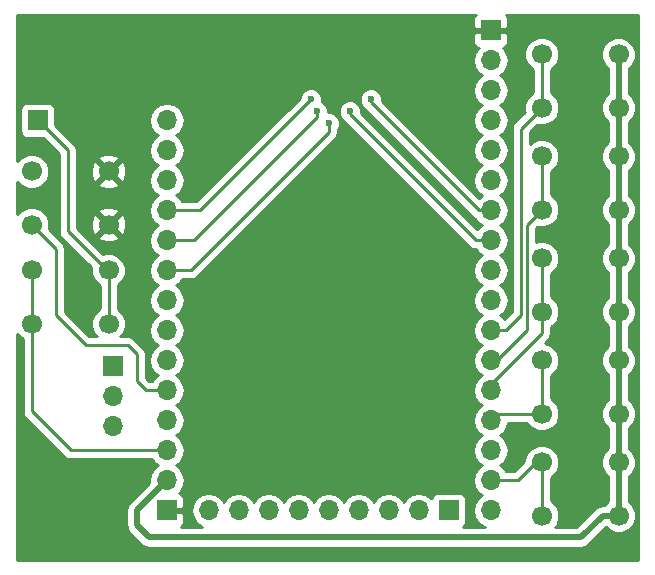
<source format=gbr>
G04 #@! TF.FileFunction,Copper,L2,Bot,Signal*
%FSLAX46Y46*%
G04 Gerber Fmt 4.6, Leading zero omitted, Abs format (unit mm)*
G04 Created by KiCad (PCBNEW 4.0.7) date 02/24/18 18:12:37*
%MOMM*%
%LPD*%
G01*
G04 APERTURE LIST*
%ADD10C,0.100000*%
%ADD11C,1.700000*%
%ADD12R,1.700000X1.700000*%
%ADD13O,1.700000X1.700000*%
%ADD14C,0.600000*%
%ADD15C,0.500000*%
%ADD16C,0.250000*%
%ADD17C,0.254000*%
G04 APERTURE END LIST*
D10*
D11*
X130452000Y-67492000D03*
X123952000Y-67492000D03*
X130452000Y-62992000D03*
X123952000Y-62992000D03*
D12*
X135382000Y-91694000D03*
D13*
X135382000Y-89154000D03*
X135382000Y-86614000D03*
X135382000Y-84074000D03*
X135382000Y-81534000D03*
X135382000Y-78994000D03*
X135382000Y-76454000D03*
X135382000Y-73914000D03*
X135382000Y-71374000D03*
X135382000Y-68834000D03*
X135382000Y-66294000D03*
X135382000Y-63754000D03*
X135382000Y-61214000D03*
X135382000Y-58674000D03*
D12*
X162814000Y-51054000D03*
D13*
X162814000Y-53594000D03*
X162814000Y-56134000D03*
X162814000Y-58674000D03*
X162814000Y-61214000D03*
X162814000Y-63754000D03*
X162814000Y-66294000D03*
X162814000Y-68834000D03*
X162814000Y-71374000D03*
X162814000Y-73914000D03*
X162814000Y-76454000D03*
X162814000Y-78994000D03*
X162814000Y-81534000D03*
X162814000Y-84074000D03*
X162814000Y-86614000D03*
X162814000Y-89154000D03*
X162814000Y-91694000D03*
D12*
X130810000Y-79502000D03*
D13*
X130810000Y-82042000D03*
X130810000Y-84582000D03*
D12*
X159258000Y-91694000D03*
D13*
X156718000Y-91694000D03*
X154178000Y-91694000D03*
X151638000Y-91694000D03*
X149098000Y-91694000D03*
X146558000Y-91694000D03*
X144018000Y-91694000D03*
X141478000Y-91694000D03*
X138938000Y-91694000D03*
D12*
X124460000Y-58674000D03*
D11*
X173632000Y-57586000D03*
X167132000Y-57586000D03*
X173632000Y-53086000D03*
X167132000Y-53086000D03*
X173632000Y-66222000D03*
X167132000Y-66222000D03*
X173632000Y-61722000D03*
X167132000Y-61722000D03*
X173632000Y-74858000D03*
X167132000Y-74858000D03*
X173632000Y-70358000D03*
X167132000Y-70358000D03*
X173632000Y-83494000D03*
X167132000Y-83494000D03*
X173632000Y-78994000D03*
X167132000Y-78994000D03*
X173632000Y-92130000D03*
X167132000Y-92130000D03*
X173632000Y-87630000D03*
X167132000Y-87630000D03*
X130452000Y-75874000D03*
X123952000Y-75874000D03*
X130452000Y-71374000D03*
X123952000Y-71374000D03*
D14*
X149098000Y-58928000D03*
X148082000Y-57912000D03*
X147574000Y-56896000D03*
X152654000Y-56896000D03*
X150876000Y-57912000D03*
D15*
X173632000Y-92130000D02*
X172284000Y-92130000D01*
X132842000Y-91694000D02*
X135382000Y-89154000D01*
X132842000Y-92964000D02*
X132842000Y-91694000D01*
X133858000Y-93980000D02*
X132842000Y-92964000D01*
X170434000Y-93980000D02*
X133858000Y-93980000D01*
X172284000Y-92130000D02*
X170434000Y-93980000D01*
X173632000Y-87630000D02*
X173632000Y-92130000D01*
X173632000Y-83494000D02*
X173632000Y-87630000D01*
X173632000Y-78994000D02*
X173632000Y-83494000D01*
X173632000Y-70358000D02*
X173632000Y-78994000D01*
X173632000Y-70358000D02*
X173632000Y-74858000D01*
X173632000Y-66222000D02*
X173632000Y-70358000D01*
X173632000Y-61722000D02*
X173632000Y-66222000D01*
X173632000Y-57586000D02*
X173632000Y-61722000D01*
X173632000Y-53086000D02*
X173632000Y-57586000D01*
D16*
X135382000Y-71374000D02*
X137414000Y-71374000D01*
X149098000Y-59690000D02*
X149098000Y-58928000D01*
X137414000Y-71374000D02*
X149098000Y-59690000D01*
X135382000Y-68834000D02*
X137668000Y-68834000D01*
X148082000Y-58420000D02*
X148082000Y-57912000D01*
X137668000Y-68834000D02*
X148082000Y-58420000D01*
X135382000Y-66294000D02*
X138176000Y-66294000D01*
X138176000Y-66294000D02*
X147574000Y-56896000D01*
X162814000Y-66294000D02*
X161798000Y-66294000D01*
X152654000Y-57150000D02*
X152654000Y-56896000D01*
X161798000Y-66294000D02*
X152654000Y-57150000D01*
X162814000Y-68834000D02*
X161544000Y-68834000D01*
X150876000Y-58166000D02*
X150876000Y-57912000D01*
X161544000Y-68834000D02*
X150876000Y-58166000D01*
X167132000Y-57586000D02*
X167132000Y-53086000D01*
X162814000Y-76454000D02*
X164084000Y-76454000D01*
X165354000Y-59364000D02*
X167132000Y-57586000D01*
X165354000Y-75184000D02*
X165354000Y-59364000D01*
X164084000Y-76454000D02*
X165354000Y-75184000D01*
X162814000Y-78994000D02*
X163322000Y-78994000D01*
X163322000Y-78994000D02*
X165862000Y-76454000D01*
X165862000Y-67492000D02*
X167132000Y-66222000D01*
X165862000Y-76454000D02*
X165862000Y-67492000D01*
X167132000Y-61722000D02*
X167132000Y-66222000D01*
X162814000Y-81534000D02*
X162814000Y-81026000D01*
X162814000Y-81026000D02*
X167132000Y-76708000D01*
X167132000Y-76708000D02*
X167132000Y-74858000D01*
X167132000Y-74858000D02*
X167132000Y-70358000D01*
X167132000Y-83494000D02*
X163394000Y-83494000D01*
X163394000Y-83494000D02*
X162814000Y-84074000D01*
X167132000Y-83494000D02*
X167132000Y-78994000D01*
X167132000Y-92130000D02*
X167132000Y-87630000D01*
X167132000Y-87630000D02*
X166624000Y-87630000D01*
X166624000Y-87630000D02*
X165100000Y-89154000D01*
X165100000Y-89154000D02*
X162814000Y-89154000D01*
X130452000Y-71374000D02*
X130302000Y-71374000D01*
X130302000Y-71374000D02*
X127000000Y-68072000D01*
X127000000Y-61214000D02*
X124460000Y-58674000D01*
X127000000Y-68072000D02*
X127000000Y-61214000D01*
X130452000Y-75874000D02*
X130452000Y-71374000D01*
X135382000Y-81534000D02*
X133604000Y-81534000D01*
X125984000Y-69524000D02*
X123952000Y-67492000D01*
X125984000Y-75184000D02*
X125984000Y-69524000D01*
X128524000Y-77724000D02*
X125984000Y-75184000D01*
X132080000Y-77724000D02*
X128524000Y-77724000D01*
X132842000Y-78486000D02*
X132080000Y-77724000D01*
X132842000Y-80772000D02*
X132842000Y-78486000D01*
X133604000Y-81534000D02*
X132842000Y-80772000D01*
X123952000Y-75874000D02*
X123952000Y-71374000D01*
X135382000Y-86614000D02*
X127254000Y-86614000D01*
X123952000Y-83312000D02*
X123952000Y-75874000D01*
X127254000Y-86614000D02*
X123952000Y-83312000D01*
D17*
G36*
X161425673Y-49844301D02*
X161329000Y-50077690D01*
X161329000Y-50768250D01*
X161487750Y-50927000D01*
X162687000Y-50927000D01*
X162687000Y-50907000D01*
X162941000Y-50907000D01*
X162941000Y-50927000D01*
X164140250Y-50927000D01*
X164299000Y-50768250D01*
X164299000Y-50077690D01*
X164202327Y-49844301D01*
X164068025Y-49710000D01*
X175290000Y-49710000D01*
X175290000Y-95873000D01*
X122710000Y-95873000D01*
X122710000Y-76731773D01*
X123109717Y-77132188D01*
X123192000Y-77166355D01*
X123192000Y-83312000D01*
X123249852Y-83602839D01*
X123414599Y-83849401D01*
X126716599Y-87151401D01*
X126963160Y-87316148D01*
X127254000Y-87374000D01*
X134109046Y-87374000D01*
X134302853Y-87664054D01*
X134632026Y-87884000D01*
X134302853Y-88103946D01*
X133980946Y-88585715D01*
X133867907Y-89154000D01*
X133911461Y-89372960D01*
X132216210Y-91068210D01*
X132024367Y-91355325D01*
X132024367Y-91355326D01*
X131956999Y-91694000D01*
X131957000Y-91694005D01*
X131957000Y-92963995D01*
X131956999Y-92964000D01*
X131983068Y-93095054D01*
X132024367Y-93302675D01*
X132081505Y-93388188D01*
X132216210Y-93589790D01*
X133232208Y-94605787D01*
X133232210Y-94605790D01*
X133519325Y-94797633D01*
X133575516Y-94808810D01*
X133858000Y-94865001D01*
X133858005Y-94865000D01*
X170433995Y-94865000D01*
X170434000Y-94865001D01*
X170716484Y-94808810D01*
X170772675Y-94797633D01*
X171059790Y-94605790D01*
X172533778Y-93131802D01*
X172789717Y-93388188D01*
X173335319Y-93614742D01*
X173926089Y-93615257D01*
X174472086Y-93389656D01*
X174890188Y-92972283D01*
X175116742Y-92426681D01*
X175117257Y-91835911D01*
X174891656Y-91289914D01*
X174517000Y-90914604D01*
X174517000Y-88844820D01*
X174890188Y-88472283D01*
X175116742Y-87926681D01*
X175117257Y-87335911D01*
X174891656Y-86789914D01*
X174517000Y-86414604D01*
X174517000Y-84708820D01*
X174890188Y-84336283D01*
X175116742Y-83790681D01*
X175117257Y-83199911D01*
X174891656Y-82653914D01*
X174517000Y-82278604D01*
X174517000Y-80208820D01*
X174890188Y-79836283D01*
X175116742Y-79290681D01*
X175117257Y-78699911D01*
X174891656Y-78153914D01*
X174517000Y-77778604D01*
X174517000Y-76072820D01*
X174890188Y-75700283D01*
X175116742Y-75154681D01*
X175117257Y-74563911D01*
X174891656Y-74017914D01*
X174517000Y-73642604D01*
X174517000Y-71572820D01*
X174890188Y-71200283D01*
X175116742Y-70654681D01*
X175117257Y-70063911D01*
X174891656Y-69517914D01*
X174517000Y-69142604D01*
X174517000Y-67436820D01*
X174890188Y-67064283D01*
X175116742Y-66518681D01*
X175117257Y-65927911D01*
X174891656Y-65381914D01*
X174517000Y-65006604D01*
X174517000Y-62936820D01*
X174890188Y-62564283D01*
X175116742Y-62018681D01*
X175117257Y-61427911D01*
X174891656Y-60881914D01*
X174517000Y-60506604D01*
X174517000Y-58800820D01*
X174890188Y-58428283D01*
X175116742Y-57882681D01*
X175117257Y-57291911D01*
X174891656Y-56745914D01*
X174517000Y-56370604D01*
X174517000Y-54300820D01*
X174890188Y-53928283D01*
X175116742Y-53382681D01*
X175117257Y-52791911D01*
X174891656Y-52245914D01*
X174474283Y-51827812D01*
X173928681Y-51601258D01*
X173337911Y-51600743D01*
X172791914Y-51826344D01*
X172373812Y-52243717D01*
X172147258Y-52789319D01*
X172146743Y-53380089D01*
X172372344Y-53926086D01*
X172747000Y-54301396D01*
X172747000Y-56371180D01*
X172373812Y-56743717D01*
X172147258Y-57289319D01*
X172146743Y-57880089D01*
X172372344Y-58426086D01*
X172747000Y-58801396D01*
X172747000Y-60507180D01*
X172373812Y-60879717D01*
X172147258Y-61425319D01*
X172146743Y-62016089D01*
X172372344Y-62562086D01*
X172747000Y-62937396D01*
X172747000Y-65007180D01*
X172373812Y-65379717D01*
X172147258Y-65925319D01*
X172146743Y-66516089D01*
X172372344Y-67062086D01*
X172747000Y-67437396D01*
X172747000Y-69143180D01*
X172373812Y-69515717D01*
X172147258Y-70061319D01*
X172146743Y-70652089D01*
X172372344Y-71198086D01*
X172747000Y-71573396D01*
X172747000Y-73643180D01*
X172373812Y-74015717D01*
X172147258Y-74561319D01*
X172146743Y-75152089D01*
X172372344Y-75698086D01*
X172747000Y-76073396D01*
X172747000Y-77779180D01*
X172373812Y-78151717D01*
X172147258Y-78697319D01*
X172146743Y-79288089D01*
X172372344Y-79834086D01*
X172747000Y-80209396D01*
X172747000Y-82279180D01*
X172373812Y-82651717D01*
X172147258Y-83197319D01*
X172146743Y-83788089D01*
X172372344Y-84334086D01*
X172747000Y-84709396D01*
X172747000Y-86415180D01*
X172373812Y-86787717D01*
X172147258Y-87333319D01*
X172146743Y-87924089D01*
X172372344Y-88470086D01*
X172747000Y-88845396D01*
X172747000Y-90915180D01*
X172416604Y-91245000D01*
X172284005Y-91245000D01*
X172284000Y-91244999D01*
X171945325Y-91312367D01*
X171658210Y-91504210D01*
X171658208Y-91504213D01*
X170067420Y-93095000D01*
X168267257Y-93095000D01*
X168390188Y-92972283D01*
X168616742Y-92426681D01*
X168617257Y-91835911D01*
X168391656Y-91289914D01*
X167974283Y-90871812D01*
X167892000Y-90837645D01*
X167892000Y-88922747D01*
X167972086Y-88889656D01*
X168390188Y-88472283D01*
X168616742Y-87926681D01*
X168617257Y-87335911D01*
X168391656Y-86789914D01*
X167974283Y-86371812D01*
X167428681Y-86145258D01*
X166837911Y-86144743D01*
X166291914Y-86370344D01*
X165873812Y-86787717D01*
X165647258Y-87333319D01*
X165647085Y-87532113D01*
X164785198Y-88394000D01*
X164086954Y-88394000D01*
X163893147Y-88103946D01*
X163563974Y-87884000D01*
X163893147Y-87664054D01*
X164215054Y-87182285D01*
X164328093Y-86614000D01*
X164215054Y-86045715D01*
X163893147Y-85563946D01*
X163563974Y-85344000D01*
X163893147Y-85124054D01*
X164215054Y-84642285D01*
X164292289Y-84254000D01*
X165839253Y-84254000D01*
X165872344Y-84334086D01*
X166289717Y-84752188D01*
X166835319Y-84978742D01*
X167426089Y-84979257D01*
X167972086Y-84753656D01*
X168390188Y-84336283D01*
X168616742Y-83790681D01*
X168617257Y-83199911D01*
X168391656Y-82653914D01*
X167974283Y-82235812D01*
X167892000Y-82201645D01*
X167892000Y-80286747D01*
X167972086Y-80253656D01*
X168390188Y-79836283D01*
X168616742Y-79290681D01*
X168617257Y-78699911D01*
X168391656Y-78153914D01*
X167974283Y-77735812D01*
X167428681Y-77509258D01*
X167405564Y-77509238D01*
X167669401Y-77245401D01*
X167834148Y-76998839D01*
X167892000Y-76708000D01*
X167892000Y-76150747D01*
X167972086Y-76117656D01*
X168390188Y-75700283D01*
X168616742Y-75154681D01*
X168617257Y-74563911D01*
X168391656Y-74017914D01*
X167974283Y-73599812D01*
X167892000Y-73565645D01*
X167892000Y-71650747D01*
X167972086Y-71617656D01*
X168390188Y-71200283D01*
X168616742Y-70654681D01*
X168617257Y-70063911D01*
X168391656Y-69517914D01*
X167974283Y-69099812D01*
X167428681Y-68873258D01*
X166837911Y-68872743D01*
X166622000Y-68961955D01*
X166622000Y-67806802D01*
X166755291Y-67673511D01*
X166835319Y-67706742D01*
X167426089Y-67707257D01*
X167972086Y-67481656D01*
X168390188Y-67064283D01*
X168616742Y-66518681D01*
X168617257Y-65927911D01*
X168391656Y-65381914D01*
X167974283Y-64963812D01*
X167892000Y-64929645D01*
X167892000Y-63014747D01*
X167972086Y-62981656D01*
X168390188Y-62564283D01*
X168616742Y-62018681D01*
X168617257Y-61427911D01*
X168391656Y-60881914D01*
X167974283Y-60463812D01*
X167428681Y-60237258D01*
X166837911Y-60236743D01*
X166291914Y-60462344D01*
X166114000Y-60639948D01*
X166114000Y-59678802D01*
X166755291Y-59037511D01*
X166835319Y-59070742D01*
X167426089Y-59071257D01*
X167972086Y-58845656D01*
X168390188Y-58428283D01*
X168616742Y-57882681D01*
X168617257Y-57291911D01*
X168391656Y-56745914D01*
X167974283Y-56327812D01*
X167892000Y-56293645D01*
X167892000Y-54378747D01*
X167972086Y-54345656D01*
X168390188Y-53928283D01*
X168616742Y-53382681D01*
X168617257Y-52791911D01*
X168391656Y-52245914D01*
X167974283Y-51827812D01*
X167428681Y-51601258D01*
X166837911Y-51600743D01*
X166291914Y-51826344D01*
X165873812Y-52243717D01*
X165647258Y-52789319D01*
X165646743Y-53380089D01*
X165872344Y-53926086D01*
X166289717Y-54344188D01*
X166372000Y-54378355D01*
X166372000Y-56293253D01*
X166291914Y-56326344D01*
X165873812Y-56743717D01*
X165647258Y-57289319D01*
X165646743Y-57880089D01*
X165680766Y-57962432D01*
X164816599Y-58826599D01*
X164651852Y-59073161D01*
X164594000Y-59364000D01*
X164594000Y-74869198D01*
X163959679Y-75503519D01*
X163893147Y-75403946D01*
X163563974Y-75184000D01*
X163893147Y-74964054D01*
X164215054Y-74482285D01*
X164328093Y-73914000D01*
X164215054Y-73345715D01*
X163893147Y-72863946D01*
X163563974Y-72644000D01*
X163893147Y-72424054D01*
X164215054Y-71942285D01*
X164328093Y-71374000D01*
X164215054Y-70805715D01*
X163893147Y-70323946D01*
X163563974Y-70104000D01*
X163893147Y-69884054D01*
X164215054Y-69402285D01*
X164328093Y-68834000D01*
X164215054Y-68265715D01*
X163893147Y-67783946D01*
X163563974Y-67564000D01*
X163893147Y-67344054D01*
X164215054Y-66862285D01*
X164328093Y-66294000D01*
X164215054Y-65725715D01*
X163893147Y-65243946D01*
X163563974Y-65024000D01*
X163893147Y-64804054D01*
X164215054Y-64322285D01*
X164328093Y-63754000D01*
X164215054Y-63185715D01*
X163893147Y-62703946D01*
X163563974Y-62484000D01*
X163893147Y-62264054D01*
X164215054Y-61782285D01*
X164328093Y-61214000D01*
X164215054Y-60645715D01*
X163893147Y-60163946D01*
X163563974Y-59944000D01*
X163893147Y-59724054D01*
X164215054Y-59242285D01*
X164328093Y-58674000D01*
X164215054Y-58105715D01*
X163893147Y-57623946D01*
X163563974Y-57404000D01*
X163893147Y-57184054D01*
X164215054Y-56702285D01*
X164328093Y-56134000D01*
X164215054Y-55565715D01*
X163893147Y-55083946D01*
X163563974Y-54864000D01*
X163893147Y-54644054D01*
X164215054Y-54162285D01*
X164328093Y-53594000D01*
X164215054Y-53025715D01*
X163893147Y-52543946D01*
X163849223Y-52514597D01*
X164023698Y-52442327D01*
X164202327Y-52263699D01*
X164299000Y-52030310D01*
X164299000Y-51339750D01*
X164140250Y-51181000D01*
X162941000Y-51181000D01*
X162941000Y-51201000D01*
X162687000Y-51201000D01*
X162687000Y-51181000D01*
X161487750Y-51181000D01*
X161329000Y-51339750D01*
X161329000Y-52030310D01*
X161425673Y-52263699D01*
X161604302Y-52442327D01*
X161778777Y-52514597D01*
X161734853Y-52543946D01*
X161412946Y-53025715D01*
X161299907Y-53594000D01*
X161412946Y-54162285D01*
X161734853Y-54644054D01*
X162064026Y-54864000D01*
X161734853Y-55083946D01*
X161412946Y-55565715D01*
X161299907Y-56134000D01*
X161412946Y-56702285D01*
X161734853Y-57184054D01*
X162064026Y-57404000D01*
X161734853Y-57623946D01*
X161412946Y-58105715D01*
X161299907Y-58674000D01*
X161412946Y-59242285D01*
X161734853Y-59724054D01*
X162064026Y-59944000D01*
X161734853Y-60163946D01*
X161412946Y-60645715D01*
X161299907Y-61214000D01*
X161412946Y-61782285D01*
X161734853Y-62264054D01*
X162064026Y-62484000D01*
X161734853Y-62703946D01*
X161412946Y-63185715D01*
X161299907Y-63754000D01*
X161412946Y-64322285D01*
X161734853Y-64804054D01*
X162064026Y-65024000D01*
X161787542Y-65208740D01*
X153588901Y-57010099D01*
X153589162Y-56710833D01*
X153447117Y-56367057D01*
X153184327Y-56103808D01*
X152840799Y-55961162D01*
X152468833Y-55960838D01*
X152125057Y-56102883D01*
X151861808Y-56365673D01*
X151719162Y-56709201D01*
X151718838Y-57081167D01*
X151860883Y-57424943D01*
X152103878Y-57668362D01*
X152116599Y-57687401D01*
X161260599Y-66831401D01*
X161498542Y-66990389D01*
X161734853Y-67344054D01*
X162064026Y-67564000D01*
X161734853Y-67783946D01*
X161668321Y-67883519D01*
X151810901Y-58026099D01*
X151811162Y-57726833D01*
X151669117Y-57383057D01*
X151406327Y-57119808D01*
X151062799Y-56977162D01*
X150690833Y-56976838D01*
X150347057Y-57118883D01*
X150083808Y-57381673D01*
X149941162Y-57725201D01*
X149940838Y-58097167D01*
X150082883Y-58440943D01*
X150325878Y-58684362D01*
X150338599Y-58703401D01*
X161006599Y-69371401D01*
X161253160Y-69536148D01*
X161540593Y-69593322D01*
X161734853Y-69884054D01*
X162064026Y-70104000D01*
X161734853Y-70323946D01*
X161412946Y-70805715D01*
X161299907Y-71374000D01*
X161412946Y-71942285D01*
X161734853Y-72424054D01*
X162064026Y-72644000D01*
X161734853Y-72863946D01*
X161412946Y-73345715D01*
X161299907Y-73914000D01*
X161412946Y-74482285D01*
X161734853Y-74964054D01*
X162064026Y-75184000D01*
X161734853Y-75403946D01*
X161412946Y-75885715D01*
X161299907Y-76454000D01*
X161412946Y-77022285D01*
X161734853Y-77504054D01*
X162064026Y-77724000D01*
X161734853Y-77943946D01*
X161412946Y-78425715D01*
X161299907Y-78994000D01*
X161412946Y-79562285D01*
X161734853Y-80044054D01*
X162064026Y-80264000D01*
X161734853Y-80483946D01*
X161412946Y-80965715D01*
X161299907Y-81534000D01*
X161412946Y-82102285D01*
X161734853Y-82584054D01*
X162064026Y-82804000D01*
X161734853Y-83023946D01*
X161412946Y-83505715D01*
X161299907Y-84074000D01*
X161412946Y-84642285D01*
X161734853Y-85124054D01*
X162064026Y-85344000D01*
X161734853Y-85563946D01*
X161412946Y-86045715D01*
X161299907Y-86614000D01*
X161412946Y-87182285D01*
X161734853Y-87664054D01*
X162064026Y-87884000D01*
X161734853Y-88103946D01*
X161412946Y-88585715D01*
X161299907Y-89154000D01*
X161412946Y-89722285D01*
X161734853Y-90204054D01*
X162064026Y-90424000D01*
X161734853Y-90643946D01*
X161412946Y-91125715D01*
X161299907Y-91694000D01*
X161412946Y-92262285D01*
X161734853Y-92744054D01*
X162216622Y-93065961D01*
X162362611Y-93095000D01*
X160424379Y-93095000D01*
X160559441Y-93008090D01*
X160704431Y-92795890D01*
X160755440Y-92544000D01*
X160755440Y-90844000D01*
X160711162Y-90608683D01*
X160572090Y-90392559D01*
X160359890Y-90247569D01*
X160108000Y-90196560D01*
X158408000Y-90196560D01*
X158172683Y-90240838D01*
X157956559Y-90379910D01*
X157811569Y-90592110D01*
X157797914Y-90659541D01*
X157768054Y-90614853D01*
X157286285Y-90292946D01*
X156718000Y-90179907D01*
X156149715Y-90292946D01*
X155667946Y-90614853D01*
X155448000Y-90944026D01*
X155228054Y-90614853D01*
X154746285Y-90292946D01*
X154178000Y-90179907D01*
X153609715Y-90292946D01*
X153127946Y-90614853D01*
X152908000Y-90944026D01*
X152688054Y-90614853D01*
X152206285Y-90292946D01*
X151638000Y-90179907D01*
X151069715Y-90292946D01*
X150587946Y-90614853D01*
X150368000Y-90944026D01*
X150148054Y-90614853D01*
X149666285Y-90292946D01*
X149098000Y-90179907D01*
X148529715Y-90292946D01*
X148047946Y-90614853D01*
X147828000Y-90944026D01*
X147608054Y-90614853D01*
X147126285Y-90292946D01*
X146558000Y-90179907D01*
X145989715Y-90292946D01*
X145507946Y-90614853D01*
X145288000Y-90944026D01*
X145068054Y-90614853D01*
X144586285Y-90292946D01*
X144018000Y-90179907D01*
X143449715Y-90292946D01*
X142967946Y-90614853D01*
X142748000Y-90944026D01*
X142528054Y-90614853D01*
X142046285Y-90292946D01*
X141478000Y-90179907D01*
X140909715Y-90292946D01*
X140427946Y-90614853D01*
X140208000Y-90944026D01*
X139988054Y-90614853D01*
X139506285Y-90292946D01*
X138938000Y-90179907D01*
X138369715Y-90292946D01*
X137887946Y-90614853D01*
X137566039Y-91096622D01*
X137453000Y-91664907D01*
X137453000Y-91723093D01*
X137566039Y-92291378D01*
X137887946Y-92773147D01*
X138369634Y-93095000D01*
X136561103Y-93095000D01*
X136591698Y-93082327D01*
X136770327Y-92903699D01*
X136867000Y-92670310D01*
X136867000Y-91979750D01*
X136708250Y-91821000D01*
X135509000Y-91821000D01*
X135509000Y-91841000D01*
X135255000Y-91841000D01*
X135255000Y-91821000D01*
X135235000Y-91821000D01*
X135235000Y-91567000D01*
X135255000Y-91567000D01*
X135255000Y-91547000D01*
X135509000Y-91547000D01*
X135509000Y-91567000D01*
X136708250Y-91567000D01*
X136867000Y-91408250D01*
X136867000Y-90717690D01*
X136770327Y-90484301D01*
X136591698Y-90305673D01*
X136417223Y-90233403D01*
X136461147Y-90204054D01*
X136783054Y-89722285D01*
X136896093Y-89154000D01*
X136783054Y-88585715D01*
X136461147Y-88103946D01*
X136131974Y-87884000D01*
X136461147Y-87664054D01*
X136783054Y-87182285D01*
X136896093Y-86614000D01*
X136783054Y-86045715D01*
X136461147Y-85563946D01*
X136131974Y-85344000D01*
X136461147Y-85124054D01*
X136783054Y-84642285D01*
X136896093Y-84074000D01*
X136783054Y-83505715D01*
X136461147Y-83023946D01*
X136131974Y-82804000D01*
X136461147Y-82584054D01*
X136783054Y-82102285D01*
X136896093Y-81534000D01*
X136783054Y-80965715D01*
X136461147Y-80483946D01*
X136131974Y-80264000D01*
X136461147Y-80044054D01*
X136783054Y-79562285D01*
X136896093Y-78994000D01*
X136783054Y-78425715D01*
X136461147Y-77943946D01*
X136131974Y-77724000D01*
X136461147Y-77504054D01*
X136783054Y-77022285D01*
X136896093Y-76454000D01*
X136783054Y-75885715D01*
X136461147Y-75403946D01*
X136131974Y-75184000D01*
X136461147Y-74964054D01*
X136783054Y-74482285D01*
X136896093Y-73914000D01*
X136783054Y-73345715D01*
X136461147Y-72863946D01*
X136131974Y-72644000D01*
X136461147Y-72424054D01*
X136654954Y-72134000D01*
X137414000Y-72134000D01*
X137704839Y-72076148D01*
X137951401Y-71911401D01*
X149635401Y-60227401D01*
X149800148Y-59980840D01*
X149858000Y-59690000D01*
X149858000Y-59490463D01*
X149890192Y-59458327D01*
X150032838Y-59114799D01*
X150033162Y-58742833D01*
X149891117Y-58399057D01*
X149628327Y-58135808D01*
X149284799Y-57993162D01*
X149016930Y-57992929D01*
X149017162Y-57726833D01*
X148875117Y-57383057D01*
X148612327Y-57119808D01*
X148508843Y-57076838D01*
X148509162Y-56710833D01*
X148367117Y-56367057D01*
X148104327Y-56103808D01*
X147760799Y-55961162D01*
X147388833Y-55960838D01*
X147045057Y-56102883D01*
X146781808Y-56365673D01*
X146639162Y-56709201D01*
X146639121Y-56756077D01*
X137861198Y-65534000D01*
X136654954Y-65534000D01*
X136461147Y-65243946D01*
X136131974Y-65024000D01*
X136461147Y-64804054D01*
X136783054Y-64322285D01*
X136896093Y-63754000D01*
X136783054Y-63185715D01*
X136461147Y-62703946D01*
X136131974Y-62484000D01*
X136461147Y-62264054D01*
X136783054Y-61782285D01*
X136896093Y-61214000D01*
X136783054Y-60645715D01*
X136461147Y-60163946D01*
X136131974Y-59944000D01*
X136461147Y-59724054D01*
X136783054Y-59242285D01*
X136896093Y-58674000D01*
X136783054Y-58105715D01*
X136461147Y-57623946D01*
X135979378Y-57302039D01*
X135411093Y-57189000D01*
X135352907Y-57189000D01*
X134784622Y-57302039D01*
X134302853Y-57623946D01*
X133980946Y-58105715D01*
X133867907Y-58674000D01*
X133980946Y-59242285D01*
X134302853Y-59724054D01*
X134632026Y-59944000D01*
X134302853Y-60163946D01*
X133980946Y-60645715D01*
X133867907Y-61214000D01*
X133980946Y-61782285D01*
X134302853Y-62264054D01*
X134632026Y-62484000D01*
X134302853Y-62703946D01*
X133980946Y-63185715D01*
X133867907Y-63754000D01*
X133980946Y-64322285D01*
X134302853Y-64804054D01*
X134632026Y-65024000D01*
X134302853Y-65243946D01*
X133980946Y-65725715D01*
X133867907Y-66294000D01*
X133980946Y-66862285D01*
X134302853Y-67344054D01*
X134632026Y-67564000D01*
X134302853Y-67783946D01*
X133980946Y-68265715D01*
X133867907Y-68834000D01*
X133980946Y-69402285D01*
X134302853Y-69884054D01*
X134632026Y-70104000D01*
X134302853Y-70323946D01*
X133980946Y-70805715D01*
X133867907Y-71374000D01*
X133980946Y-71942285D01*
X134302853Y-72424054D01*
X134632026Y-72644000D01*
X134302853Y-72863946D01*
X133980946Y-73345715D01*
X133867907Y-73914000D01*
X133980946Y-74482285D01*
X134302853Y-74964054D01*
X134632026Y-75184000D01*
X134302853Y-75403946D01*
X133980946Y-75885715D01*
X133867907Y-76454000D01*
X133980946Y-77022285D01*
X134302853Y-77504054D01*
X134632026Y-77724000D01*
X134302853Y-77943946D01*
X133980946Y-78425715D01*
X133867907Y-78994000D01*
X133980946Y-79562285D01*
X134302853Y-80044054D01*
X134632026Y-80264000D01*
X134302853Y-80483946D01*
X134109046Y-80774000D01*
X133918802Y-80774000D01*
X133602000Y-80457198D01*
X133602000Y-78486000D01*
X133544148Y-78195161D01*
X133379401Y-77948599D01*
X132617401Y-77186599D01*
X132370839Y-77021852D01*
X132080000Y-76964000D01*
X131462038Y-76964000D01*
X131710188Y-76716283D01*
X131936742Y-76170681D01*
X131937257Y-75579911D01*
X131711656Y-75033914D01*
X131294283Y-74615812D01*
X131212000Y-74581645D01*
X131212000Y-72666747D01*
X131292086Y-72633656D01*
X131710188Y-72216283D01*
X131936742Y-71670681D01*
X131937257Y-71079911D01*
X131711656Y-70533914D01*
X131294283Y-70115812D01*
X130748681Y-69889258D01*
X130157911Y-69888743D01*
X129969425Y-69966623D01*
X128538760Y-68535958D01*
X129587647Y-68535958D01*
X129667920Y-68787259D01*
X130223279Y-68988718D01*
X130813458Y-68962315D01*
X131236080Y-68787259D01*
X131316353Y-68535958D01*
X130452000Y-67671605D01*
X129587647Y-68535958D01*
X128538760Y-68535958D01*
X127760000Y-67757198D01*
X127760000Y-67263279D01*
X128955282Y-67263279D01*
X128981685Y-67853458D01*
X129156741Y-68276080D01*
X129408042Y-68356353D01*
X130272395Y-67492000D01*
X130631605Y-67492000D01*
X131495958Y-68356353D01*
X131747259Y-68276080D01*
X131948718Y-67720721D01*
X131922315Y-67130542D01*
X131747259Y-66707920D01*
X131495958Y-66627647D01*
X130631605Y-67492000D01*
X130272395Y-67492000D01*
X129408042Y-66627647D01*
X129156741Y-66707920D01*
X128955282Y-67263279D01*
X127760000Y-67263279D01*
X127760000Y-66448042D01*
X129587647Y-66448042D01*
X130452000Y-67312395D01*
X131316353Y-66448042D01*
X131236080Y-66196741D01*
X130680721Y-65995282D01*
X130090542Y-66021685D01*
X129667920Y-66196741D01*
X129587647Y-66448042D01*
X127760000Y-66448042D01*
X127760000Y-64035958D01*
X129587647Y-64035958D01*
X129667920Y-64287259D01*
X130223279Y-64488718D01*
X130813458Y-64462315D01*
X131236080Y-64287259D01*
X131316353Y-64035958D01*
X130452000Y-63171605D01*
X129587647Y-64035958D01*
X127760000Y-64035958D01*
X127760000Y-62763279D01*
X128955282Y-62763279D01*
X128981685Y-63353458D01*
X129156741Y-63776080D01*
X129408042Y-63856353D01*
X130272395Y-62992000D01*
X130631605Y-62992000D01*
X131495958Y-63856353D01*
X131747259Y-63776080D01*
X131948718Y-63220721D01*
X131922315Y-62630542D01*
X131747259Y-62207920D01*
X131495958Y-62127647D01*
X130631605Y-62992000D01*
X130272395Y-62992000D01*
X129408042Y-62127647D01*
X129156741Y-62207920D01*
X128955282Y-62763279D01*
X127760000Y-62763279D01*
X127760000Y-61948042D01*
X129587647Y-61948042D01*
X130452000Y-62812395D01*
X131316353Y-61948042D01*
X131236080Y-61696741D01*
X130680721Y-61495282D01*
X130090542Y-61521685D01*
X129667920Y-61696741D01*
X129587647Y-61948042D01*
X127760000Y-61948042D01*
X127760000Y-61214000D01*
X127702148Y-60923161D01*
X127702148Y-60923160D01*
X127537401Y-60676599D01*
X125957440Y-59096638D01*
X125957440Y-57824000D01*
X125913162Y-57588683D01*
X125774090Y-57372559D01*
X125561890Y-57227569D01*
X125310000Y-57176560D01*
X123610000Y-57176560D01*
X123374683Y-57220838D01*
X123158559Y-57359910D01*
X123013569Y-57572110D01*
X122962560Y-57824000D01*
X122962560Y-59524000D01*
X123006838Y-59759317D01*
X123145910Y-59975441D01*
X123358110Y-60120431D01*
X123610000Y-60171440D01*
X124882638Y-60171440D01*
X126240000Y-61528802D01*
X126240000Y-68072000D01*
X126297852Y-68362839D01*
X126462599Y-68609401D01*
X128967226Y-71114028D01*
X128966743Y-71668089D01*
X129192344Y-72214086D01*
X129609717Y-72632188D01*
X129692000Y-72666355D01*
X129692000Y-74581253D01*
X129611914Y-74614344D01*
X129193812Y-75031717D01*
X128967258Y-75577319D01*
X128966743Y-76168089D01*
X129192344Y-76714086D01*
X129441822Y-76964000D01*
X128838802Y-76964000D01*
X126744000Y-74869198D01*
X126744000Y-69524000D01*
X126686148Y-69233161D01*
X126521401Y-68986599D01*
X125403511Y-67868709D01*
X125436742Y-67788681D01*
X125437257Y-67197911D01*
X125211656Y-66651914D01*
X124794283Y-66233812D01*
X124248681Y-66007258D01*
X123657911Y-66006743D01*
X123111914Y-66232344D01*
X122710000Y-66633557D01*
X122710000Y-63849773D01*
X123109717Y-64250188D01*
X123655319Y-64476742D01*
X124246089Y-64477257D01*
X124792086Y-64251656D01*
X125210188Y-63834283D01*
X125436742Y-63288681D01*
X125437257Y-62697911D01*
X125211656Y-62151914D01*
X124794283Y-61733812D01*
X124248681Y-61507258D01*
X123657911Y-61506743D01*
X123111914Y-61732344D01*
X122710000Y-62133557D01*
X122710000Y-49710000D01*
X161559975Y-49710000D01*
X161425673Y-49844301D01*
X161425673Y-49844301D01*
G37*
X161425673Y-49844301D02*
X161329000Y-50077690D01*
X161329000Y-50768250D01*
X161487750Y-50927000D01*
X162687000Y-50927000D01*
X162687000Y-50907000D01*
X162941000Y-50907000D01*
X162941000Y-50927000D01*
X164140250Y-50927000D01*
X164299000Y-50768250D01*
X164299000Y-50077690D01*
X164202327Y-49844301D01*
X164068025Y-49710000D01*
X175290000Y-49710000D01*
X175290000Y-95873000D01*
X122710000Y-95873000D01*
X122710000Y-76731773D01*
X123109717Y-77132188D01*
X123192000Y-77166355D01*
X123192000Y-83312000D01*
X123249852Y-83602839D01*
X123414599Y-83849401D01*
X126716599Y-87151401D01*
X126963160Y-87316148D01*
X127254000Y-87374000D01*
X134109046Y-87374000D01*
X134302853Y-87664054D01*
X134632026Y-87884000D01*
X134302853Y-88103946D01*
X133980946Y-88585715D01*
X133867907Y-89154000D01*
X133911461Y-89372960D01*
X132216210Y-91068210D01*
X132024367Y-91355325D01*
X132024367Y-91355326D01*
X131956999Y-91694000D01*
X131957000Y-91694005D01*
X131957000Y-92963995D01*
X131956999Y-92964000D01*
X131983068Y-93095054D01*
X132024367Y-93302675D01*
X132081505Y-93388188D01*
X132216210Y-93589790D01*
X133232208Y-94605787D01*
X133232210Y-94605790D01*
X133519325Y-94797633D01*
X133575516Y-94808810D01*
X133858000Y-94865001D01*
X133858005Y-94865000D01*
X170433995Y-94865000D01*
X170434000Y-94865001D01*
X170716484Y-94808810D01*
X170772675Y-94797633D01*
X171059790Y-94605790D01*
X172533778Y-93131802D01*
X172789717Y-93388188D01*
X173335319Y-93614742D01*
X173926089Y-93615257D01*
X174472086Y-93389656D01*
X174890188Y-92972283D01*
X175116742Y-92426681D01*
X175117257Y-91835911D01*
X174891656Y-91289914D01*
X174517000Y-90914604D01*
X174517000Y-88844820D01*
X174890188Y-88472283D01*
X175116742Y-87926681D01*
X175117257Y-87335911D01*
X174891656Y-86789914D01*
X174517000Y-86414604D01*
X174517000Y-84708820D01*
X174890188Y-84336283D01*
X175116742Y-83790681D01*
X175117257Y-83199911D01*
X174891656Y-82653914D01*
X174517000Y-82278604D01*
X174517000Y-80208820D01*
X174890188Y-79836283D01*
X175116742Y-79290681D01*
X175117257Y-78699911D01*
X174891656Y-78153914D01*
X174517000Y-77778604D01*
X174517000Y-76072820D01*
X174890188Y-75700283D01*
X175116742Y-75154681D01*
X175117257Y-74563911D01*
X174891656Y-74017914D01*
X174517000Y-73642604D01*
X174517000Y-71572820D01*
X174890188Y-71200283D01*
X175116742Y-70654681D01*
X175117257Y-70063911D01*
X174891656Y-69517914D01*
X174517000Y-69142604D01*
X174517000Y-67436820D01*
X174890188Y-67064283D01*
X175116742Y-66518681D01*
X175117257Y-65927911D01*
X174891656Y-65381914D01*
X174517000Y-65006604D01*
X174517000Y-62936820D01*
X174890188Y-62564283D01*
X175116742Y-62018681D01*
X175117257Y-61427911D01*
X174891656Y-60881914D01*
X174517000Y-60506604D01*
X174517000Y-58800820D01*
X174890188Y-58428283D01*
X175116742Y-57882681D01*
X175117257Y-57291911D01*
X174891656Y-56745914D01*
X174517000Y-56370604D01*
X174517000Y-54300820D01*
X174890188Y-53928283D01*
X175116742Y-53382681D01*
X175117257Y-52791911D01*
X174891656Y-52245914D01*
X174474283Y-51827812D01*
X173928681Y-51601258D01*
X173337911Y-51600743D01*
X172791914Y-51826344D01*
X172373812Y-52243717D01*
X172147258Y-52789319D01*
X172146743Y-53380089D01*
X172372344Y-53926086D01*
X172747000Y-54301396D01*
X172747000Y-56371180D01*
X172373812Y-56743717D01*
X172147258Y-57289319D01*
X172146743Y-57880089D01*
X172372344Y-58426086D01*
X172747000Y-58801396D01*
X172747000Y-60507180D01*
X172373812Y-60879717D01*
X172147258Y-61425319D01*
X172146743Y-62016089D01*
X172372344Y-62562086D01*
X172747000Y-62937396D01*
X172747000Y-65007180D01*
X172373812Y-65379717D01*
X172147258Y-65925319D01*
X172146743Y-66516089D01*
X172372344Y-67062086D01*
X172747000Y-67437396D01*
X172747000Y-69143180D01*
X172373812Y-69515717D01*
X172147258Y-70061319D01*
X172146743Y-70652089D01*
X172372344Y-71198086D01*
X172747000Y-71573396D01*
X172747000Y-73643180D01*
X172373812Y-74015717D01*
X172147258Y-74561319D01*
X172146743Y-75152089D01*
X172372344Y-75698086D01*
X172747000Y-76073396D01*
X172747000Y-77779180D01*
X172373812Y-78151717D01*
X172147258Y-78697319D01*
X172146743Y-79288089D01*
X172372344Y-79834086D01*
X172747000Y-80209396D01*
X172747000Y-82279180D01*
X172373812Y-82651717D01*
X172147258Y-83197319D01*
X172146743Y-83788089D01*
X172372344Y-84334086D01*
X172747000Y-84709396D01*
X172747000Y-86415180D01*
X172373812Y-86787717D01*
X172147258Y-87333319D01*
X172146743Y-87924089D01*
X172372344Y-88470086D01*
X172747000Y-88845396D01*
X172747000Y-90915180D01*
X172416604Y-91245000D01*
X172284005Y-91245000D01*
X172284000Y-91244999D01*
X171945325Y-91312367D01*
X171658210Y-91504210D01*
X171658208Y-91504213D01*
X170067420Y-93095000D01*
X168267257Y-93095000D01*
X168390188Y-92972283D01*
X168616742Y-92426681D01*
X168617257Y-91835911D01*
X168391656Y-91289914D01*
X167974283Y-90871812D01*
X167892000Y-90837645D01*
X167892000Y-88922747D01*
X167972086Y-88889656D01*
X168390188Y-88472283D01*
X168616742Y-87926681D01*
X168617257Y-87335911D01*
X168391656Y-86789914D01*
X167974283Y-86371812D01*
X167428681Y-86145258D01*
X166837911Y-86144743D01*
X166291914Y-86370344D01*
X165873812Y-86787717D01*
X165647258Y-87333319D01*
X165647085Y-87532113D01*
X164785198Y-88394000D01*
X164086954Y-88394000D01*
X163893147Y-88103946D01*
X163563974Y-87884000D01*
X163893147Y-87664054D01*
X164215054Y-87182285D01*
X164328093Y-86614000D01*
X164215054Y-86045715D01*
X163893147Y-85563946D01*
X163563974Y-85344000D01*
X163893147Y-85124054D01*
X164215054Y-84642285D01*
X164292289Y-84254000D01*
X165839253Y-84254000D01*
X165872344Y-84334086D01*
X166289717Y-84752188D01*
X166835319Y-84978742D01*
X167426089Y-84979257D01*
X167972086Y-84753656D01*
X168390188Y-84336283D01*
X168616742Y-83790681D01*
X168617257Y-83199911D01*
X168391656Y-82653914D01*
X167974283Y-82235812D01*
X167892000Y-82201645D01*
X167892000Y-80286747D01*
X167972086Y-80253656D01*
X168390188Y-79836283D01*
X168616742Y-79290681D01*
X168617257Y-78699911D01*
X168391656Y-78153914D01*
X167974283Y-77735812D01*
X167428681Y-77509258D01*
X167405564Y-77509238D01*
X167669401Y-77245401D01*
X167834148Y-76998839D01*
X167892000Y-76708000D01*
X167892000Y-76150747D01*
X167972086Y-76117656D01*
X168390188Y-75700283D01*
X168616742Y-75154681D01*
X168617257Y-74563911D01*
X168391656Y-74017914D01*
X167974283Y-73599812D01*
X167892000Y-73565645D01*
X167892000Y-71650747D01*
X167972086Y-71617656D01*
X168390188Y-71200283D01*
X168616742Y-70654681D01*
X168617257Y-70063911D01*
X168391656Y-69517914D01*
X167974283Y-69099812D01*
X167428681Y-68873258D01*
X166837911Y-68872743D01*
X166622000Y-68961955D01*
X166622000Y-67806802D01*
X166755291Y-67673511D01*
X166835319Y-67706742D01*
X167426089Y-67707257D01*
X167972086Y-67481656D01*
X168390188Y-67064283D01*
X168616742Y-66518681D01*
X168617257Y-65927911D01*
X168391656Y-65381914D01*
X167974283Y-64963812D01*
X167892000Y-64929645D01*
X167892000Y-63014747D01*
X167972086Y-62981656D01*
X168390188Y-62564283D01*
X168616742Y-62018681D01*
X168617257Y-61427911D01*
X168391656Y-60881914D01*
X167974283Y-60463812D01*
X167428681Y-60237258D01*
X166837911Y-60236743D01*
X166291914Y-60462344D01*
X166114000Y-60639948D01*
X166114000Y-59678802D01*
X166755291Y-59037511D01*
X166835319Y-59070742D01*
X167426089Y-59071257D01*
X167972086Y-58845656D01*
X168390188Y-58428283D01*
X168616742Y-57882681D01*
X168617257Y-57291911D01*
X168391656Y-56745914D01*
X167974283Y-56327812D01*
X167892000Y-56293645D01*
X167892000Y-54378747D01*
X167972086Y-54345656D01*
X168390188Y-53928283D01*
X168616742Y-53382681D01*
X168617257Y-52791911D01*
X168391656Y-52245914D01*
X167974283Y-51827812D01*
X167428681Y-51601258D01*
X166837911Y-51600743D01*
X166291914Y-51826344D01*
X165873812Y-52243717D01*
X165647258Y-52789319D01*
X165646743Y-53380089D01*
X165872344Y-53926086D01*
X166289717Y-54344188D01*
X166372000Y-54378355D01*
X166372000Y-56293253D01*
X166291914Y-56326344D01*
X165873812Y-56743717D01*
X165647258Y-57289319D01*
X165646743Y-57880089D01*
X165680766Y-57962432D01*
X164816599Y-58826599D01*
X164651852Y-59073161D01*
X164594000Y-59364000D01*
X164594000Y-74869198D01*
X163959679Y-75503519D01*
X163893147Y-75403946D01*
X163563974Y-75184000D01*
X163893147Y-74964054D01*
X164215054Y-74482285D01*
X164328093Y-73914000D01*
X164215054Y-73345715D01*
X163893147Y-72863946D01*
X163563974Y-72644000D01*
X163893147Y-72424054D01*
X164215054Y-71942285D01*
X164328093Y-71374000D01*
X164215054Y-70805715D01*
X163893147Y-70323946D01*
X163563974Y-70104000D01*
X163893147Y-69884054D01*
X164215054Y-69402285D01*
X164328093Y-68834000D01*
X164215054Y-68265715D01*
X163893147Y-67783946D01*
X163563974Y-67564000D01*
X163893147Y-67344054D01*
X164215054Y-66862285D01*
X164328093Y-66294000D01*
X164215054Y-65725715D01*
X163893147Y-65243946D01*
X163563974Y-65024000D01*
X163893147Y-64804054D01*
X164215054Y-64322285D01*
X164328093Y-63754000D01*
X164215054Y-63185715D01*
X163893147Y-62703946D01*
X163563974Y-62484000D01*
X163893147Y-62264054D01*
X164215054Y-61782285D01*
X164328093Y-61214000D01*
X164215054Y-60645715D01*
X163893147Y-60163946D01*
X163563974Y-59944000D01*
X163893147Y-59724054D01*
X164215054Y-59242285D01*
X164328093Y-58674000D01*
X164215054Y-58105715D01*
X163893147Y-57623946D01*
X163563974Y-57404000D01*
X163893147Y-57184054D01*
X164215054Y-56702285D01*
X164328093Y-56134000D01*
X164215054Y-55565715D01*
X163893147Y-55083946D01*
X163563974Y-54864000D01*
X163893147Y-54644054D01*
X164215054Y-54162285D01*
X164328093Y-53594000D01*
X164215054Y-53025715D01*
X163893147Y-52543946D01*
X163849223Y-52514597D01*
X164023698Y-52442327D01*
X164202327Y-52263699D01*
X164299000Y-52030310D01*
X164299000Y-51339750D01*
X164140250Y-51181000D01*
X162941000Y-51181000D01*
X162941000Y-51201000D01*
X162687000Y-51201000D01*
X162687000Y-51181000D01*
X161487750Y-51181000D01*
X161329000Y-51339750D01*
X161329000Y-52030310D01*
X161425673Y-52263699D01*
X161604302Y-52442327D01*
X161778777Y-52514597D01*
X161734853Y-52543946D01*
X161412946Y-53025715D01*
X161299907Y-53594000D01*
X161412946Y-54162285D01*
X161734853Y-54644054D01*
X162064026Y-54864000D01*
X161734853Y-55083946D01*
X161412946Y-55565715D01*
X161299907Y-56134000D01*
X161412946Y-56702285D01*
X161734853Y-57184054D01*
X162064026Y-57404000D01*
X161734853Y-57623946D01*
X161412946Y-58105715D01*
X161299907Y-58674000D01*
X161412946Y-59242285D01*
X161734853Y-59724054D01*
X162064026Y-59944000D01*
X161734853Y-60163946D01*
X161412946Y-60645715D01*
X161299907Y-61214000D01*
X161412946Y-61782285D01*
X161734853Y-62264054D01*
X162064026Y-62484000D01*
X161734853Y-62703946D01*
X161412946Y-63185715D01*
X161299907Y-63754000D01*
X161412946Y-64322285D01*
X161734853Y-64804054D01*
X162064026Y-65024000D01*
X161787542Y-65208740D01*
X153588901Y-57010099D01*
X153589162Y-56710833D01*
X153447117Y-56367057D01*
X153184327Y-56103808D01*
X152840799Y-55961162D01*
X152468833Y-55960838D01*
X152125057Y-56102883D01*
X151861808Y-56365673D01*
X151719162Y-56709201D01*
X151718838Y-57081167D01*
X151860883Y-57424943D01*
X152103878Y-57668362D01*
X152116599Y-57687401D01*
X161260599Y-66831401D01*
X161498542Y-66990389D01*
X161734853Y-67344054D01*
X162064026Y-67564000D01*
X161734853Y-67783946D01*
X161668321Y-67883519D01*
X151810901Y-58026099D01*
X151811162Y-57726833D01*
X151669117Y-57383057D01*
X151406327Y-57119808D01*
X151062799Y-56977162D01*
X150690833Y-56976838D01*
X150347057Y-57118883D01*
X150083808Y-57381673D01*
X149941162Y-57725201D01*
X149940838Y-58097167D01*
X150082883Y-58440943D01*
X150325878Y-58684362D01*
X150338599Y-58703401D01*
X161006599Y-69371401D01*
X161253160Y-69536148D01*
X161540593Y-69593322D01*
X161734853Y-69884054D01*
X162064026Y-70104000D01*
X161734853Y-70323946D01*
X161412946Y-70805715D01*
X161299907Y-71374000D01*
X161412946Y-71942285D01*
X161734853Y-72424054D01*
X162064026Y-72644000D01*
X161734853Y-72863946D01*
X161412946Y-73345715D01*
X161299907Y-73914000D01*
X161412946Y-74482285D01*
X161734853Y-74964054D01*
X162064026Y-75184000D01*
X161734853Y-75403946D01*
X161412946Y-75885715D01*
X161299907Y-76454000D01*
X161412946Y-77022285D01*
X161734853Y-77504054D01*
X162064026Y-77724000D01*
X161734853Y-77943946D01*
X161412946Y-78425715D01*
X161299907Y-78994000D01*
X161412946Y-79562285D01*
X161734853Y-80044054D01*
X162064026Y-80264000D01*
X161734853Y-80483946D01*
X161412946Y-80965715D01*
X161299907Y-81534000D01*
X161412946Y-82102285D01*
X161734853Y-82584054D01*
X162064026Y-82804000D01*
X161734853Y-83023946D01*
X161412946Y-83505715D01*
X161299907Y-84074000D01*
X161412946Y-84642285D01*
X161734853Y-85124054D01*
X162064026Y-85344000D01*
X161734853Y-85563946D01*
X161412946Y-86045715D01*
X161299907Y-86614000D01*
X161412946Y-87182285D01*
X161734853Y-87664054D01*
X162064026Y-87884000D01*
X161734853Y-88103946D01*
X161412946Y-88585715D01*
X161299907Y-89154000D01*
X161412946Y-89722285D01*
X161734853Y-90204054D01*
X162064026Y-90424000D01*
X161734853Y-90643946D01*
X161412946Y-91125715D01*
X161299907Y-91694000D01*
X161412946Y-92262285D01*
X161734853Y-92744054D01*
X162216622Y-93065961D01*
X162362611Y-93095000D01*
X160424379Y-93095000D01*
X160559441Y-93008090D01*
X160704431Y-92795890D01*
X160755440Y-92544000D01*
X160755440Y-90844000D01*
X160711162Y-90608683D01*
X160572090Y-90392559D01*
X160359890Y-90247569D01*
X160108000Y-90196560D01*
X158408000Y-90196560D01*
X158172683Y-90240838D01*
X157956559Y-90379910D01*
X157811569Y-90592110D01*
X157797914Y-90659541D01*
X157768054Y-90614853D01*
X157286285Y-90292946D01*
X156718000Y-90179907D01*
X156149715Y-90292946D01*
X155667946Y-90614853D01*
X155448000Y-90944026D01*
X155228054Y-90614853D01*
X154746285Y-90292946D01*
X154178000Y-90179907D01*
X153609715Y-90292946D01*
X153127946Y-90614853D01*
X152908000Y-90944026D01*
X152688054Y-90614853D01*
X152206285Y-90292946D01*
X151638000Y-90179907D01*
X151069715Y-90292946D01*
X150587946Y-90614853D01*
X150368000Y-90944026D01*
X150148054Y-90614853D01*
X149666285Y-90292946D01*
X149098000Y-90179907D01*
X148529715Y-90292946D01*
X148047946Y-90614853D01*
X147828000Y-90944026D01*
X147608054Y-90614853D01*
X147126285Y-90292946D01*
X146558000Y-90179907D01*
X145989715Y-90292946D01*
X145507946Y-90614853D01*
X145288000Y-90944026D01*
X145068054Y-90614853D01*
X144586285Y-90292946D01*
X144018000Y-90179907D01*
X143449715Y-90292946D01*
X142967946Y-90614853D01*
X142748000Y-90944026D01*
X142528054Y-90614853D01*
X142046285Y-90292946D01*
X141478000Y-90179907D01*
X140909715Y-90292946D01*
X140427946Y-90614853D01*
X140208000Y-90944026D01*
X139988054Y-90614853D01*
X139506285Y-90292946D01*
X138938000Y-90179907D01*
X138369715Y-90292946D01*
X137887946Y-90614853D01*
X137566039Y-91096622D01*
X137453000Y-91664907D01*
X137453000Y-91723093D01*
X137566039Y-92291378D01*
X137887946Y-92773147D01*
X138369634Y-93095000D01*
X136561103Y-93095000D01*
X136591698Y-93082327D01*
X136770327Y-92903699D01*
X136867000Y-92670310D01*
X136867000Y-91979750D01*
X136708250Y-91821000D01*
X135509000Y-91821000D01*
X135509000Y-91841000D01*
X135255000Y-91841000D01*
X135255000Y-91821000D01*
X135235000Y-91821000D01*
X135235000Y-91567000D01*
X135255000Y-91567000D01*
X135255000Y-91547000D01*
X135509000Y-91547000D01*
X135509000Y-91567000D01*
X136708250Y-91567000D01*
X136867000Y-91408250D01*
X136867000Y-90717690D01*
X136770327Y-90484301D01*
X136591698Y-90305673D01*
X136417223Y-90233403D01*
X136461147Y-90204054D01*
X136783054Y-89722285D01*
X136896093Y-89154000D01*
X136783054Y-88585715D01*
X136461147Y-88103946D01*
X136131974Y-87884000D01*
X136461147Y-87664054D01*
X136783054Y-87182285D01*
X136896093Y-86614000D01*
X136783054Y-86045715D01*
X136461147Y-85563946D01*
X136131974Y-85344000D01*
X136461147Y-85124054D01*
X136783054Y-84642285D01*
X136896093Y-84074000D01*
X136783054Y-83505715D01*
X136461147Y-83023946D01*
X136131974Y-82804000D01*
X136461147Y-82584054D01*
X136783054Y-82102285D01*
X136896093Y-81534000D01*
X136783054Y-80965715D01*
X136461147Y-80483946D01*
X136131974Y-80264000D01*
X136461147Y-80044054D01*
X136783054Y-79562285D01*
X136896093Y-78994000D01*
X136783054Y-78425715D01*
X136461147Y-77943946D01*
X136131974Y-77724000D01*
X136461147Y-77504054D01*
X136783054Y-77022285D01*
X136896093Y-76454000D01*
X136783054Y-75885715D01*
X136461147Y-75403946D01*
X136131974Y-75184000D01*
X136461147Y-74964054D01*
X136783054Y-74482285D01*
X136896093Y-73914000D01*
X136783054Y-73345715D01*
X136461147Y-72863946D01*
X136131974Y-72644000D01*
X136461147Y-72424054D01*
X136654954Y-72134000D01*
X137414000Y-72134000D01*
X137704839Y-72076148D01*
X137951401Y-71911401D01*
X149635401Y-60227401D01*
X149800148Y-59980840D01*
X149858000Y-59690000D01*
X149858000Y-59490463D01*
X149890192Y-59458327D01*
X150032838Y-59114799D01*
X150033162Y-58742833D01*
X149891117Y-58399057D01*
X149628327Y-58135808D01*
X149284799Y-57993162D01*
X149016930Y-57992929D01*
X149017162Y-57726833D01*
X148875117Y-57383057D01*
X148612327Y-57119808D01*
X148508843Y-57076838D01*
X148509162Y-56710833D01*
X148367117Y-56367057D01*
X148104327Y-56103808D01*
X147760799Y-55961162D01*
X147388833Y-55960838D01*
X147045057Y-56102883D01*
X146781808Y-56365673D01*
X146639162Y-56709201D01*
X146639121Y-56756077D01*
X137861198Y-65534000D01*
X136654954Y-65534000D01*
X136461147Y-65243946D01*
X136131974Y-65024000D01*
X136461147Y-64804054D01*
X136783054Y-64322285D01*
X136896093Y-63754000D01*
X136783054Y-63185715D01*
X136461147Y-62703946D01*
X136131974Y-62484000D01*
X136461147Y-62264054D01*
X136783054Y-61782285D01*
X136896093Y-61214000D01*
X136783054Y-60645715D01*
X136461147Y-60163946D01*
X136131974Y-59944000D01*
X136461147Y-59724054D01*
X136783054Y-59242285D01*
X136896093Y-58674000D01*
X136783054Y-58105715D01*
X136461147Y-57623946D01*
X135979378Y-57302039D01*
X135411093Y-57189000D01*
X135352907Y-57189000D01*
X134784622Y-57302039D01*
X134302853Y-57623946D01*
X133980946Y-58105715D01*
X133867907Y-58674000D01*
X133980946Y-59242285D01*
X134302853Y-59724054D01*
X134632026Y-59944000D01*
X134302853Y-60163946D01*
X133980946Y-60645715D01*
X133867907Y-61214000D01*
X133980946Y-61782285D01*
X134302853Y-62264054D01*
X134632026Y-62484000D01*
X134302853Y-62703946D01*
X133980946Y-63185715D01*
X133867907Y-63754000D01*
X133980946Y-64322285D01*
X134302853Y-64804054D01*
X134632026Y-65024000D01*
X134302853Y-65243946D01*
X133980946Y-65725715D01*
X133867907Y-66294000D01*
X133980946Y-66862285D01*
X134302853Y-67344054D01*
X134632026Y-67564000D01*
X134302853Y-67783946D01*
X133980946Y-68265715D01*
X133867907Y-68834000D01*
X133980946Y-69402285D01*
X134302853Y-69884054D01*
X134632026Y-70104000D01*
X134302853Y-70323946D01*
X133980946Y-70805715D01*
X133867907Y-71374000D01*
X133980946Y-71942285D01*
X134302853Y-72424054D01*
X134632026Y-72644000D01*
X134302853Y-72863946D01*
X133980946Y-73345715D01*
X133867907Y-73914000D01*
X133980946Y-74482285D01*
X134302853Y-74964054D01*
X134632026Y-75184000D01*
X134302853Y-75403946D01*
X133980946Y-75885715D01*
X133867907Y-76454000D01*
X133980946Y-77022285D01*
X134302853Y-77504054D01*
X134632026Y-77724000D01*
X134302853Y-77943946D01*
X133980946Y-78425715D01*
X133867907Y-78994000D01*
X133980946Y-79562285D01*
X134302853Y-80044054D01*
X134632026Y-80264000D01*
X134302853Y-80483946D01*
X134109046Y-80774000D01*
X133918802Y-80774000D01*
X133602000Y-80457198D01*
X133602000Y-78486000D01*
X133544148Y-78195161D01*
X133379401Y-77948599D01*
X132617401Y-77186599D01*
X132370839Y-77021852D01*
X132080000Y-76964000D01*
X131462038Y-76964000D01*
X131710188Y-76716283D01*
X131936742Y-76170681D01*
X131937257Y-75579911D01*
X131711656Y-75033914D01*
X131294283Y-74615812D01*
X131212000Y-74581645D01*
X131212000Y-72666747D01*
X131292086Y-72633656D01*
X131710188Y-72216283D01*
X131936742Y-71670681D01*
X131937257Y-71079911D01*
X131711656Y-70533914D01*
X131294283Y-70115812D01*
X130748681Y-69889258D01*
X130157911Y-69888743D01*
X129969425Y-69966623D01*
X128538760Y-68535958D01*
X129587647Y-68535958D01*
X129667920Y-68787259D01*
X130223279Y-68988718D01*
X130813458Y-68962315D01*
X131236080Y-68787259D01*
X131316353Y-68535958D01*
X130452000Y-67671605D01*
X129587647Y-68535958D01*
X128538760Y-68535958D01*
X127760000Y-67757198D01*
X127760000Y-67263279D01*
X128955282Y-67263279D01*
X128981685Y-67853458D01*
X129156741Y-68276080D01*
X129408042Y-68356353D01*
X130272395Y-67492000D01*
X130631605Y-67492000D01*
X131495958Y-68356353D01*
X131747259Y-68276080D01*
X131948718Y-67720721D01*
X131922315Y-67130542D01*
X131747259Y-66707920D01*
X131495958Y-66627647D01*
X130631605Y-67492000D01*
X130272395Y-67492000D01*
X129408042Y-66627647D01*
X129156741Y-66707920D01*
X128955282Y-67263279D01*
X127760000Y-67263279D01*
X127760000Y-66448042D01*
X129587647Y-66448042D01*
X130452000Y-67312395D01*
X131316353Y-66448042D01*
X131236080Y-66196741D01*
X130680721Y-65995282D01*
X130090542Y-66021685D01*
X129667920Y-66196741D01*
X129587647Y-66448042D01*
X127760000Y-66448042D01*
X127760000Y-64035958D01*
X129587647Y-64035958D01*
X129667920Y-64287259D01*
X130223279Y-64488718D01*
X130813458Y-64462315D01*
X131236080Y-64287259D01*
X131316353Y-64035958D01*
X130452000Y-63171605D01*
X129587647Y-64035958D01*
X127760000Y-64035958D01*
X127760000Y-62763279D01*
X128955282Y-62763279D01*
X128981685Y-63353458D01*
X129156741Y-63776080D01*
X129408042Y-63856353D01*
X130272395Y-62992000D01*
X130631605Y-62992000D01*
X131495958Y-63856353D01*
X131747259Y-63776080D01*
X131948718Y-63220721D01*
X131922315Y-62630542D01*
X131747259Y-62207920D01*
X131495958Y-62127647D01*
X130631605Y-62992000D01*
X130272395Y-62992000D01*
X129408042Y-62127647D01*
X129156741Y-62207920D01*
X128955282Y-62763279D01*
X127760000Y-62763279D01*
X127760000Y-61948042D01*
X129587647Y-61948042D01*
X130452000Y-62812395D01*
X131316353Y-61948042D01*
X131236080Y-61696741D01*
X130680721Y-61495282D01*
X130090542Y-61521685D01*
X129667920Y-61696741D01*
X129587647Y-61948042D01*
X127760000Y-61948042D01*
X127760000Y-61214000D01*
X127702148Y-60923161D01*
X127702148Y-60923160D01*
X127537401Y-60676599D01*
X125957440Y-59096638D01*
X125957440Y-57824000D01*
X125913162Y-57588683D01*
X125774090Y-57372559D01*
X125561890Y-57227569D01*
X125310000Y-57176560D01*
X123610000Y-57176560D01*
X123374683Y-57220838D01*
X123158559Y-57359910D01*
X123013569Y-57572110D01*
X122962560Y-57824000D01*
X122962560Y-59524000D01*
X123006838Y-59759317D01*
X123145910Y-59975441D01*
X123358110Y-60120431D01*
X123610000Y-60171440D01*
X124882638Y-60171440D01*
X126240000Y-61528802D01*
X126240000Y-68072000D01*
X126297852Y-68362839D01*
X126462599Y-68609401D01*
X128967226Y-71114028D01*
X128966743Y-71668089D01*
X129192344Y-72214086D01*
X129609717Y-72632188D01*
X129692000Y-72666355D01*
X129692000Y-74581253D01*
X129611914Y-74614344D01*
X129193812Y-75031717D01*
X128967258Y-75577319D01*
X128966743Y-76168089D01*
X129192344Y-76714086D01*
X129441822Y-76964000D01*
X128838802Y-76964000D01*
X126744000Y-74869198D01*
X126744000Y-69524000D01*
X126686148Y-69233161D01*
X126521401Y-68986599D01*
X125403511Y-67868709D01*
X125436742Y-67788681D01*
X125437257Y-67197911D01*
X125211656Y-66651914D01*
X124794283Y-66233812D01*
X124248681Y-66007258D01*
X123657911Y-66006743D01*
X123111914Y-66232344D01*
X122710000Y-66633557D01*
X122710000Y-63849773D01*
X123109717Y-64250188D01*
X123655319Y-64476742D01*
X124246089Y-64477257D01*
X124792086Y-64251656D01*
X125210188Y-63834283D01*
X125436742Y-63288681D01*
X125437257Y-62697911D01*
X125211656Y-62151914D01*
X124794283Y-61733812D01*
X124248681Y-61507258D01*
X123657911Y-61506743D01*
X123111914Y-61732344D01*
X122710000Y-62133557D01*
X122710000Y-49710000D01*
X161559975Y-49710000D01*
X161425673Y-49844301D01*
M02*

</source>
